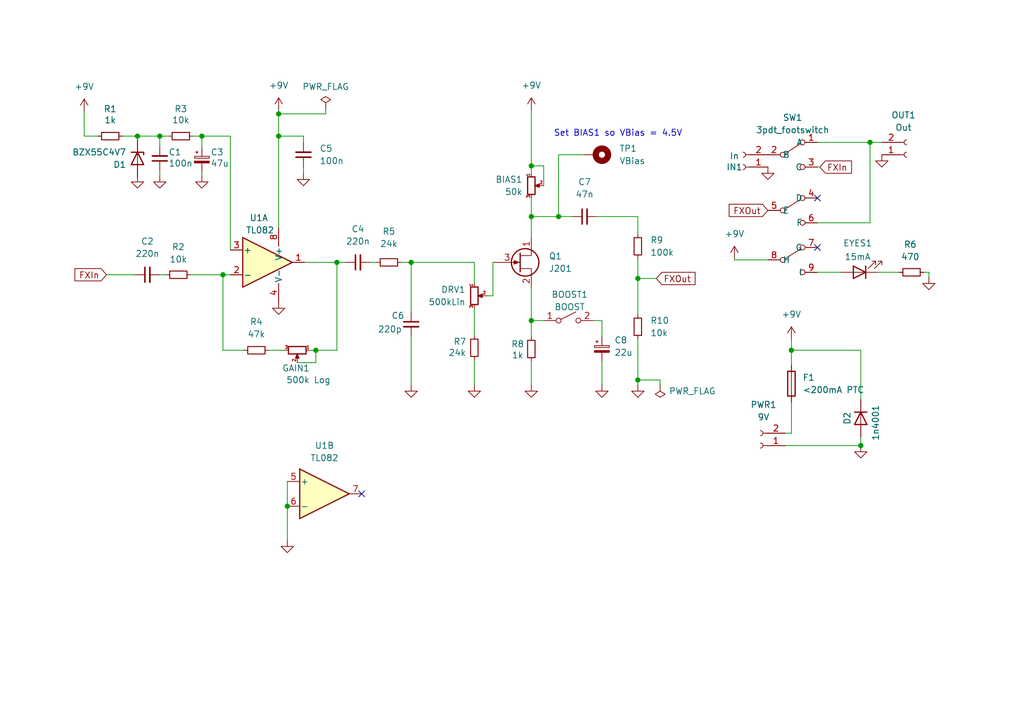
<source format=kicad_sch>
(kicad_sch (version 20211123) (generator eeschema)
  (paper "A5")
  (title_block (title "Ray guitar pedal") (rev "1.0") (company "Dohle"))
  (lib_symbols
    (symbol "Amplifier_Operational:TL082" (pin_names (offset 0.127))
      (property "Reference" "U" (at 0 5.08 0))
      (property "Value" "TL082" (at 0 -5.08 0))
      (symbol "TL082_1_1"
        (polyline (pts (xy -5.08 5.08) (xy 5.08 0) (xy -5.08 -5.08) (xy -5.08 5.08)) (stroke (width 0.254)) (fill (type background)))
        (pin output line (at 7.62 0 180) (length 2.54) (name "~") (number "1"))
        (pin input line (at -7.62 -2.54 0) (length 2.54) (name "-") (number "2"))
        (pin input line (at -7.62 2.54 0) (length 2.54) (name "+") (number "3"))
      )
      (symbol "TL082_2_1"
        (polyline (pts (xy -5.08 5.08) (xy 5.08 0) (xy -5.08 -5.08) (xy -5.08 5.08)) (stroke (width 0.254)) (fill (type background)))
        (pin input line (at -7.62 2.54 0) (length 2.54) (name "+") (number "5"))
        (pin input line (at -7.62 -2.54 0) (length 2.54) (name "-") (number "6"))
        (pin output line (at 7.62 0 180) (length 2.54) (name "~") (number "7"))
      )
      (symbol "TL082_3_1"
        (pin power_in line (at -2.54 -7.62 90) (length 3.81) (name "V-") (number "4"))
        (pin power_in line (at -2.54 7.62 270) (length 3.81) (name "V+") (number "8"))
      )
    )
    (symbol "Connector:Conn_01x02_Female" (pin_names (offset 1.016) hide)
      (property "Reference" "J" (at 0 2.54 0))
      (property "Value" "Conn_01x02_Female" (at 0 -5.08 0))
      (symbol "Conn_01x02_Female_1_1"
        (arc (start 0 -2.032) (mid -0.508 -2.54) (end 0 -3.048) (stroke (width 0.1524)))
        (polyline (pts (xy -1.27 -2.54) (xy -0.508 -2.54)) (stroke (width 0.1524)))
        (polyline (pts (xy -1.27 0) (xy -0.508 0)) (stroke (width 0.1524)))
        (arc (start 0 0.508) (mid -0.508 0) (end 0 -0.508) (stroke (width 0.1524)))
        (pin passive line (at -5.08 0 0) (length 3.81) (name "Pin_1") (number "1"))
        (pin passive line (at -5.08 -2.54 0) (length 3.81) (name "Pin_2") (number "2"))
      )
    )
    (symbol "Device:C_Polarized_Small" (pin_numbers hide) (pin_names (offset 0.254) hide)
      (property "Reference" "C" (at 0.254 1.778 0))
      (property "Value" "C_Polarized_Small" (at 0.254 -2.032 0))
      (symbol "C_Polarized_Small_0_1"
        (rectangle (start -1.524 -0.3048) (end 1.524 -0.6858) (fill (type outline)))
        (rectangle (start -1.524 0.6858) (end 1.524 0.3048))
        (polyline (pts (xy -1.27 1.524) (xy -0.762 1.524)))
        (polyline (pts (xy -1.016 1.27) (xy -1.016 1.778)))
      )
      (symbol "C_Polarized_Small_1_1"
        (pin passive line (at 0 2.54 270) (length 1.8542) (name "~") (number "1"))
        (pin passive line (at 0 -2.54 90) (length 1.8542) (name "~") (number "2"))
      )
    )
    (symbol "Device:C_Small" (pin_numbers hide) (pin_names (offset 0.254) hide)
      (property "Reference" "C" (at 0.254 1.778 0))
      (property "Value" "C_Small" (at 0.254 -2.032 0))
      (symbol "C_Small_0_1"
        (polyline (pts (xy -1.524 -0.508) (xy 1.524 -0.508)) (stroke (width 0.3302)))
        (polyline (pts (xy -1.524 0.508) (xy 1.524 0.508)) (stroke (width 0.3048)))
      )
      (symbol "C_Small_1_1"
        (pin passive line (at 0 2.54 270) (length 2.032) (name "~") (number "1"))
        (pin passive line (at 0 -2.54 90) (length 2.032) (name "~") (number "2"))
      )
    )
    (symbol "Device:D_Zener" (pin_numbers hide) (pin_names (offset 1.016) hide)
      (property "Reference" "D" (at 0 2.54 0))
      (property "Value" "D_Zener" (at 0 -2.54 0))
      (symbol "D_Zener_0_1"
        (polyline (pts (xy 1.27 0) (xy -1.27 0)))
        (polyline (pts (xy -1.27 -1.27) (xy -1.27 1.27) (xy -0.762 1.27)) (stroke (width 0.254)))
        (polyline (pts (xy 1.27 -1.27) (xy 1.27 1.27) (xy -1.27 0) (xy 1.27 -1.27)) (stroke (width 0.254)))
      )
      (symbol "D_Zener_1_1"
        (pin passive line (at -3.81 0 0) (length 2.54) (name "K") (number "1"))
        (pin passive line (at 3.81 0 180) (length 2.54) (name "A") (number "2"))
      )
    )
    (symbol "Device:Fuse" (pin_numbers hide) (pin_names (offset 0))
      (property "Reference" "F" (at 2.032 0 90))
      (property "Value" "Fuse" (at -1.905 0 90))
      (symbol "Fuse_0_1"
        (rectangle (start -0.762 -2.54) (end 0.762 2.54) (stroke (width 0.254)))
        (polyline (pts (xy 0 2.54) (xy 0 -2.54)))
      )
      (symbol "Fuse_1_1"
        (pin passive line (at 0 3.81 270) (length 1.27) (name "~") (number "1"))
        (pin passive line (at 0 -3.81 90) (length 1.27) (name "~") (number "2"))
      )
    )
    (symbol "Device:LED" (pin_numbers hide) (pin_names (offset 1.016) hide)
      (property "Reference" "D" (at 0 2.54 0))
      (property "Value" "LED" (at 0 -2.54 0))
      (symbol "LED_0_1"
        (polyline (pts (xy -1.27 -1.27) (xy -1.27 1.27)) (stroke (width 0.254)))
        (polyline (pts (xy -1.27 0) (xy 1.27 0)))
        (polyline (pts (xy 1.27 -1.27) (xy 1.27 1.27) (xy -1.27 0) (xy 1.27 -1.27)) (stroke (width 0.254)))
        (polyline (pts (xy -3.048 -0.762) (xy -4.572 -2.286) (xy -3.81 -2.286) (xy -4.572 -2.286) (xy -4.572 -1.524)))
        (polyline (pts (xy -1.778 -0.762) (xy -3.302 -2.286) (xy -2.54 -2.286) (xy -3.302 -2.286) (xy -3.302 -1.524)))
      )
      (symbol "LED_1_1"
        (pin passive line (at -3.81 0 0) (length 2.54) (name "K") (number "1"))
        (pin passive line (at 3.81 0 180) (length 2.54) (name "A") (number "2"))
      )
    )
    (symbol "Device:Q_NJFET_DSG" (pin_names (offset 0) hide)
      (property "Reference" "Q" (at 5.08 1.27 0))
      (property "Value" "Q_NJFET_DSG" (at 5.08 -1.27 0))
      (symbol "Q_NJFET_DSG_0_1"
        (polyline (pts (xy 0.254 1.905) (xy 0.254 -1.905) (xy 0.254 -1.905)) (stroke (width 0.254)))
        (polyline (pts (xy 2.54 -2.54) (xy 2.54 -1.27) (xy 0.254 -1.27)))
        (polyline (pts (xy 2.54 2.54) (xy 2.54 1.397) (xy 0.254 1.397)))
        (polyline (pts (xy 0 0) (xy -1.016 0.381) (xy -1.016 -0.381) (xy 0 0)) (fill (type outline)))
        (circle (center 1.27 0) (radius 2.8194) (stroke (width 0.254)))
      )
      (symbol "Q_NJFET_DSG_1_1"
        (pin passive line (at 2.54 5.08 270) (length 2.54) (name "D") (number "1"))
        (pin passive line (at 2.54 -5.08 90) (length 2.54) (name "S") (number "2"))
        (pin input line (at -5.08 0 0) (length 5.334) (name "G") (number "3"))
      )
    )
    (symbol "Device:R_Potentiometer_Small" (pin_names (offset 1.016) hide)
      (property "Reference" "RV" (at -4.445 0 90))
      (property "Value" "R_Potentiometer_Small" (at -2.54 0 90))
      (symbol "R_Potentiometer_Small_0_1"
        (polyline (pts (xy 0.889 0) (xy 0.635 0) (xy 1.651 0.381) (xy 1.651 -0.381) (xy 0.635 0) (xy 0.889 0)) (fill (type outline)))
        (rectangle (start 0.762 1.8034) (end -0.762 -1.8034) (stroke (width 0.254)))
      )
      (symbol "R_Potentiometer_Small_1_1"
        (pin passive line (at 0 2.54 270) (length 0.635) (name "1") (number "1"))
        (pin passive line (at 2.54 0 180) (length 0.9906) (name "2") (number "2"))
        (pin passive line (at 0 -2.54 90) (length 0.635) (name "3") (number "3"))
      )
    )
    (symbol "Device:R_Small" (pin_numbers hide) (pin_names (offset 0.254) hide)
      (property "Reference" "R" (at 0.762 0.508 0))
      (property "Value" "R_Small" (at 0.762 -1.016 0))
      (symbol "R_Small_0_1"
        (rectangle (start -0.762 1.778) (end 0.762 -1.778) (stroke (width 0.2032)))
      )
      (symbol "R_Small_1_1"
        (pin passive line (at 0 2.54 270) (length 0.762) (name "~") (number "1"))
        (pin passive line (at 0 -2.54 90) (length 0.762) (name "~") (number "2"))
      )
    )
    (symbol "Diode:1N4148" (pin_numbers hide) (pin_names (offset 1.016) hide)
      (property "Reference" "D" (at 0 2.54 0))
      (property "Value" "1N4148" (at 0 -2.54 0))
      (symbol "1N4148_0_1"
        (polyline (pts (xy -1.27 1.27) (xy -1.27 -1.27)) (stroke (width 0.254)))
        (polyline (pts (xy 1.27 0) (xy -1.27 0)))
        (polyline (pts (xy 1.27 1.27) (xy 1.27 -1.27) (xy -1.27 0) (xy 1.27 1.27)) (stroke (width 0.254)))
      )
      (symbol "1N4148_1_1"
        (pin passive line (at -3.81 0 0) (length 2.54) (name "K") (number "1"))
        (pin passive line (at 3.81 0 180) (length 2.54) (name "A") (number "2"))
      )
    )
    (symbol "Mechanical:MountingHole_Pad" (pin_numbers hide) (pin_names (offset 1.016) hide)
      (property "Reference" "H" (at 0 6.35 0))
      (property "Value" "MountingHole_Pad" (at 0 4.445 0))
      (symbol "MountingHole_Pad_0_1"
        (circle (center 0 1.27) (radius 1.27) (stroke (width 1.27)))
      )
      (symbol "MountingHole_Pad_1_1"
        (pin input line (at 0 -2.54 90) (length 2.54) (name "1") (number "1"))
      )
    )
    (symbol "Switch:SW_SPST" (pin_names (offset 0) hide)
      (property "Reference" "SW" (at 0 3.175 0))
      (property "Value" "SW_SPST" (at 0 -2.54 0))
      (symbol "SW_SPST_0_0"
        (circle (center -2.032 0) (radius 0.508))
        (polyline (pts (xy -1.524 0.254) (xy 1.524 1.778)))
        (circle (center 2.032 0) (radius 0.508))
      )
      (symbol "SW_SPST_1_1"
        (pin passive line (at -5.08 0 0) (length 2.54) (name "A") (number "1"))
        (pin passive line (at 5.08 0 180) (length 2.54) (name "B") (number "2"))
      )
    )
    (symbol "power:+9V" (power) (pin_names (offset 0))
      (property "Value" "+9V" (at 0 3.556 0))
      (symbol "+9V_0_1"
        (polyline (pts (xy -0.762 1.27) (xy 0 2.54)))
        (polyline (pts (xy 0 0) (xy 0 2.54)))
        (polyline (pts (xy 0 2.54) (xy 0.762 1.27)))
      )
      (symbol "+9V_1_1"
        (pin power_in line (at 0 0 90) (length 0) hide (name "+9V") (number "1"))
      )
    )
    (symbol "power:GND" (power) (pin_names (offset 0))
      (property "Value" "GND" (at 0 -3.81 0))
      (symbol "GND_0_1"
        (polyline (pts (xy 0 0) (xy 0 -1.27) (xy 1.27 -1.27) (xy 0 -2.54) (xy -1.27 -1.27) (xy 0 -1.27)))
      )
      (symbol "GND_1_1"
        (pin power_in line (at 0 0 270) (length 0) hide (name "GND") (number "1"))
      )
    )
    (symbol "power:PWR_FLAG" (power) (pin_numbers hide) (pin_names (offset 0) hide)
      (property "Value" "PWR_FLAG" (at 0 3.81 0))
      (symbol "PWR_FLAG_0_0"
        (pin power_out line (at 0 0 90) (length 0) (name "pwr") (number "1"))
      )
      (symbol "PWR_FLAG_0_1"
        (polyline (pts (xy 0 0) (xy 0 1.27) (xy -1.016 1.905) (xy 0 2.54) (xy 1.016 1.905) (xy 0 1.27)))
      )
    )
    (symbol "symbols:3pdt_footswitch"
      (property "Reference" "SW" (at 0 21.59 0))
      (property "Value" "3pdt_footswitch" (at 1.27 -15.875 0))
      (symbol "3pdt_footswitch_0_0"
        (circle (center -0.127 -8.89) (radius 0.508))
        (circle (center -0.127 1.27) (radius 0.508))
        (circle (center -0.127 12.7) (radius 0.508))
        (circle (center 3.937 -11.43) (radius 0.508))
        (circle (center 3.937 -1.27) (radius 0.508))
        (circle (center 3.937 10.16) (radius 0.508))
      )
      (symbol "3pdt_footswitch_0_1"
        (polyline (pts (xy 0.381 -8.636) (xy 3.556 -6.604)))
        (polyline (pts (xy 0.381 1.524) (xy 3.556 3.556)))
        (polyline (pts (xy 0.381 12.954) (xy 3.556 14.986)))
        (circle (center 3.937 -6.35) (radius 0.508))
        (circle (center 3.937 3.81) (radius 0.508))
        (circle (center 3.937 15.24) (radius 0.508))
      )
      (symbol "3pdt_footswitch_1_1"
        (pin passive line (at 6.985 15.24 180) (length 2.54) (name "A") (number "1"))
        (pin passive line (at -3.175 12.7 0) (length 2.54) (name "B") (number "2"))
        (pin passive line (at 6.985 10.16 180) (length 2.54) (name "C") (number "3"))
        (pin passive line (at 6.985 3.81 180) (length 2.54) (name "D") (number "4"))
        (pin passive line (at -3.175 1.27 0) (length 2.54) (name "E") (number "5"))
        (pin passive line (at 6.985 -1.27 180) (length 2.54) (name "F") (number "6"))
        (pin passive line (at 6.985 -6.35 180) (length 2.54) (name "G") (number "7"))
        (pin passive line (at -3.175 -8.89 0) (length 2.54) (name "H") (number "8"))
        (pin passive line (at 6.985 -11.43 180) (length 2.54) (name "I") (number "9"))
      )
    )
  )
  (junction (at 69.088 53.848))
  (junction (at 114.554 44.45))
  (junction (at 41.402 27.94))
  (junction (at 108.966 34.036))
  (junction (at 178.435 29.21))
  (junction (at 28.194 27.94))
  (junction (at 130.81 77.978))
  (junction (at 57.15 27.94))
  (junction (at 130.81 57.15))
  (junction (at 162.306 71.882))
  (junction (at 57.15 23.368))
  (junction (at 64.77 71.882))
  (junction (at 84.328 53.848))
  (junction (at 108.966 65.786))
  (junction (at 176.53 91.44))
  (junction (at 32.766 27.94))
  (junction (at 45.72 56.388))
  (junction (at 58.928 103.886))
  (junction (at 108.966 44.45))
  (no_connect (at 167.64 50.8))
  (no_connect (at 167.64 40.64))
  (no_connect (at 74.168 101.346))
  (wire (pts (xy 58.928 103.886) (xy 58.928 110.871)))
  (wire (pts (xy 167.64 45.72) (xy 178.435 45.72)))
  (wire (pts (xy 123.444 65.786) (xy 123.444 69.088)))
  (wire (pts (xy 97.282 73.914) (xy 97.282 78.994)))
  (wire (pts (xy 108.966 44.45) (xy 108.966 48.768)))
  (wire (pts (xy 114.554 44.45) (xy 117.348 44.45)))
  (wire (pts (xy 32.766 56.388) (xy 34.036 56.388)))
  (wire (pts (xy 108.966 74.168) (xy 108.966 78.994)))
  (wire (pts (xy 57.15 27.94) (xy 62.23 27.94)))
  (wire (pts (xy 108.966 44.45) (xy 114.554 44.45)))
  (wire (pts (xy 99.822 60.706) (xy 101.092 60.706)))
  (wire (pts (xy 55.118 71.882) (xy 58.42 71.882)))
  (wire (pts (xy 176.53 71.882) (xy 162.306 71.882)))
  (wire (pts (xy 111.506 38.1) (xy 111.506 34.036)))
  (wire (pts (xy 189.484 55.88) (xy 190.5 55.88)))
  (wire (pts (xy 108.966 40.64) (xy 108.966 44.45)))
  (wire (pts (xy 64.77 71.882) (xy 69.088 71.882)))
  (wire (pts (xy 111.506 34.036) (xy 108.966 34.036)))
  (wire (pts (xy 130.81 64.516) (xy 130.81 57.15)))
  (wire (pts (xy 45.72 56.388) (xy 47.244 56.388)))
  (wire (pts (xy 178.435 29.21) (xy 180.848 29.21)))
  (wire (pts (xy 45.72 56.388) (xy 45.72 71.882)))
  (wire (pts (xy 62.484 53.848) (xy 69.088 53.848)))
  (wire (pts (xy 57.15 23.368) (xy 57.15 27.94)))
  (wire (pts (xy 123.444 74.168) (xy 123.444 78.994)))
  (wire (pts (xy 130.81 69.596) (xy 130.81 77.978)))
  (wire (pts (xy 45.72 71.882) (xy 50.038 71.882)))
  (wire (pts (xy 17.272 27.94) (xy 20.066 27.94)))
  (wire (pts (xy 108.966 22.606) (xy 108.966 34.036)))
  (wire (pts (xy 66.802 22.352) (xy 66.802 23.368)))
  (wire (pts (xy 17.272 22.86) (xy 17.272 27.94)))
  (wire (pts (xy 150.622 53.086) (xy 150.622 53.34)))
  (wire (pts (xy 161.036 88.9) (xy 162.306 88.9)))
  (wire (pts (xy 162.306 82.55) (xy 162.306 88.9)))
  (wire (pts (xy 28.194 36.068) (xy 28.194 36.322)))
  (wire (pts (xy 167.64 34.29) (xy 168.148 34.29)))
  (wire (pts (xy 28.194 28.702) (xy 28.194 27.94)))
  (wire (pts (xy 122.428 44.45) (xy 130.81 44.45)))
  (wire (pts (xy 41.402 27.94) (xy 47.244 27.94)))
  (wire (pts (xy 130.81 77.978) (xy 130.81 78.994)))
  (wire (pts (xy 25.146 27.94) (xy 28.194 27.94)))
  (wire (pts (xy 101.092 60.706) (xy 101.092 53.848)))
  (wire (pts (xy 172.466 55.88) (xy 167.64 55.88)))
  (wire (pts (xy 62.23 27.94) (xy 62.23 29.21)))
  (wire (pts (xy 66.802 23.368) (xy 57.15 23.368)))
  (wire (pts (xy 108.966 65.786) (xy 108.966 69.088)))
  (wire (pts (xy 111.506 65.786) (xy 108.966 65.786)))
  (wire (pts (xy 161.036 91.44) (xy 176.53 91.44)))
  (wire (pts (xy 32.766 29.972) (xy 32.766 27.94)))
  (wire (pts (xy 108.966 34.036) (xy 108.966 35.56)))
  (wire (pts (xy 130.81 57.15) (xy 134.62 57.15)))
  (wire (pts (xy 167.64 29.21) (xy 178.435 29.21)))
  (wire (pts (xy 60.96 74.422) (xy 64.77 74.422)))
  (wire (pts (xy 97.282 53.848) (xy 97.282 58.166)))
  (wire (pts (xy 69.088 71.882) (xy 69.088 53.848)))
  (wire (pts (xy 32.766 35.052) (xy 32.766 36.068)))
  (wire (pts (xy 84.328 53.848) (xy 84.328 64.008)))
  (wire (pts (xy 150.622 53.34) (xy 157.48 53.34)))
  (wire (pts (xy 82.296 53.848) (xy 84.328 53.848)))
  (wire (pts (xy 62.23 34.29) (xy 62.23 35.56)))
  (wire (pts (xy 28.194 27.94) (xy 32.766 27.94)))
  (wire (pts (xy 176.53 89.662) (xy 176.53 91.44)))
  (wire (pts (xy 84.328 69.088) (xy 84.328 78.994)))
  (wire (pts (xy 130.81 44.45) (xy 130.81 48.006)))
  (wire (pts (xy 75.946 53.848) (xy 77.216 53.848)))
  (wire (pts (xy 130.81 57.15) (xy 130.81 53.086)))
  (wire (pts (xy 39.116 56.388) (xy 45.72 56.388)))
  (wire (pts (xy 32.766 27.94) (xy 34.544 27.94)))
  (wire (pts (xy 69.088 53.848) (xy 70.866 53.848)))
  (wire (pts (xy 64.77 74.422) (xy 64.77 71.882)))
  (wire (pts (xy 47.244 51.308) (xy 47.244 27.94)))
  (wire (pts (xy 176.53 82.042) (xy 176.53 71.882)))
  (wire (pts (xy 41.402 35.306) (xy 41.402 36.068)))
  (wire (pts (xy 119.634 31.75) (xy 114.554 31.75)))
  (wire (pts (xy 58.928 98.806) (xy 58.928 103.886)))
  (wire (pts (xy 41.402 27.94) (xy 41.402 30.226)))
  (wire (pts (xy 108.966 58.928) (xy 108.966 65.786)))
  (wire (pts (xy 135.382 78.994) (xy 135.382 77.978)))
  (wire (pts (xy 84.328 53.848) (xy 97.282 53.848)))
  (wire (pts (xy 63.5 71.882) (xy 64.77 71.882)))
  (wire (pts (xy 57.15 22.606) (xy 57.15 23.368)))
  (wire (pts (xy 39.624 27.94) (xy 41.402 27.94)))
  (wire (pts (xy 190.5 55.88) (xy 190.5 56.896)))
  (wire (pts (xy 180.086 55.88) (xy 184.404 55.88)))
  (wire (pts (xy 162.306 71.882) (xy 162.306 74.93)))
  (wire (pts (xy 114.554 31.75) (xy 114.554 44.45)))
  (wire (pts (xy 101.092 53.848) (xy 101.346 53.848)))
  (wire (pts (xy 97.282 63.246) (xy 97.282 68.834)))
  (wire (pts (xy 130.81 77.978) (xy 135.382 77.978)))
  (wire (pts (xy 21.844 56.388) (xy 27.686 56.388)))
  (wire (pts (xy 57.15 27.94) (xy 57.15 46.736)))
  (wire (pts (xy 162.306 69.596) (xy 162.306 71.882)))
  (wire (pts (xy 178.435 29.21) (xy 178.435 45.72)))
  (wire (pts (xy 121.666 65.786) (xy 123.444 65.786)))
  (text "Set BIAS1 so VBias = 4.5V" (at 113.538 28.194 0) (effects (font (size 1.27 1.27)) (justify left bottom)))
  (global_label "FXOut" (shape input) (at 134.62 57.15 0) (property "Intersheet References" "${INTERSHEET_REFS}" (effects hide)))
  (global_label "FXIn" (shape input) (at 168.148 34.29 0) (property "Intersheet References" "${INTERSHEET_REFS}" (effects hide)))
  (global_label "FXOut" (shape input) (at 157.48 43.18 180) (property "Intersheet References" "${INTERSHEET_REFS}" (effects hide)))
  (global_label "FXIn" (shape input) (at 21.844 56.388 180) (property "Intersheet References" "${INTERSHEET_REFS}" (effects hide)))
  (symbol (lib_id "Device:R_Small") (at 22.606 27.94 270) (unit 1)
    (property "Reference" "R1" (at 22.606 22.352 90))
    (property "Value" "1k" (at 22.606 24.638 90))
    (property "Footprint" "Resistor_THT:R_Axial_DIN0207_L6.3mm_D2.5mm_P10.16mm_Horizontal" (effects hide))
  )
  (symbol (lib_id "Device:R_Small") (at 130.81 67.056 180) (unit 1)
    (property "Reference" "R10" (at 133.35 65.7859 0) (effects (justify right)))
    (property "Value" "10k" (at 133.35 68.3259 0) (effects (justify right)))
    (property "Footprint" "Resistor_THT:R_Axial_DIN0207_L6.3mm_D2.5mm_P10.16mm_Horizontal" (effects hide))
  )
  (symbol (lib_id "Device:C_Small") (at 30.226 56.388 90) (unit 1)
    (property "Reference" "C2" (at 30.2323 49.53 90))
    (property "Value" "220n" (at 30.2323 52.07 90))
    (property "Footprint" "Capacitor_THT:C_Rect_L7.0mm_W4.5mm_P5.00mm" (effects hide))
  )
  (symbol (lib_id "power:+9V") (at 17.272 22.86 0) (unit 1)
    (property "Reference" "#PWR02" (effects hide))
    (property "Value" "+9V" (at 17.272 17.78 0))
  )
  (symbol (lib_id "power:GND") (at 180.848 31.75 0) (unit 1)
    (property "Reference" "#PWR020" (effects hide))
    (property "Value" "GND" (effects hide))
  )
  (symbol (lib_id "Device:R_Small") (at 186.944 55.88 90) (unit 1)
    (property "Reference" "R6" (at 186.69 50.165 90))
    (property "Value" "470" (at 186.69 52.705 90))
    (property "Footprint" "Resistor_THT:R_Axial_DIN0207_L6.3mm_D2.5mm_P10.16mm_Horizontal" (effects hide))
  )
  (symbol (lib_id "Mechanical:MountingHole_Pad") (at 122.174 31.75 270) (unit 1)
    (property "Reference" "TP1" (at 127 30.4799 90) (effects (justify left)))
    (property "Value" "VBias" (at 127 33.0199 90) (effects (justify left)))
    (property "Footprint" "TestPoint:TestPoint_THTPad_1.5x1.5mm_Drill0.7mm" (effects hide))
  )
  (symbol (lib_id "symbols:3pdt_footswitch") (at 160.655 44.45 0) (unit 1)
    (property "Reference" "SW1" (at 162.56 24.13 0))
    (property "Value" "3pdt_footswitch" (at 162.56 26.67 0))
    (property "Footprint" "footprints:3pdt_footswitch" (effects hide))
  )
  (symbol (lib_id "power:GND") (at 32.766 36.068 0) (unit 1)
    (property "Reference" "#PWR04" (effects hide))
    (property "Value" "GND" (effects hide))
  )
  (symbol (lib_id "Device:R_Small") (at 37.084 27.94 90) (unit 1)
    (property "Reference" "R3" (at 37.084 22.352 90))
    (property "Value" "10k" (at 37.084 24.638 90))
    (property "Footprint" "Resistor_THT:R_Axial_DIN0207_L6.3mm_D2.5mm_P10.16mm_Horizontal" (effects hide))
  )
  (symbol (lib_id "Device:R_Small") (at 97.282 71.374 180) (unit 1)
    (property "Reference" "R7" (at 92.964 70.104 0) (effects (justify right)))
    (property "Value" "24k" (at 91.948 72.39 0) (effects (justify right)))
    (property "Footprint" "Resistor_THT:R_Axial_DIN0207_L6.3mm_D2.5mm_P10.16mm_Horizontal" (effects hide))
  )
  (symbol (lib_id "Device:R_Potentiometer_Small") (at 97.282 60.706 0) (unit 1)
    (property "Reference" "DRV1" (at 95.504 59.4359 0) (effects (justify right)))
    (property "Value" "500kLin" (at 95.504 61.9759 0) (effects (justify right)))
    (property "Footprint" "Connector_JST:JST_PH_B3B-PH-K_1x03_P2.00mm_Vertical" (effects hide))
  )
  (symbol (lib_id "Device:R_Potentiometer_Small") (at 60.96 71.882 270) (unit 1)
    (property "Reference" "GAIN1" (at 60.706 75.565 90))
    (property "Value" "500k Log" (at 58.674 77.978 90) (effects (justify left)))
    (property "Footprint" "Connector_JST:JST_PH_B3B-PH-K_1x03_P2.00mm_Vertical" (effects hide))
  )
  (symbol (lib_id "Amplifier_Operational:TL082") (at 59.69 54.356 0) (unit 3)
    (property "Reference" "U1" (effects hide))
    (property "Value" "TL082" (effects hide))
    (property "Footprint" "Package_DIP:DIP-8_W7.62mm_Socket_LongPads" (effects hide))
    (property "Datasheet" "http://www.ti.com/lit/ds/symlink/tl081.pdf" (effects hide))
  )
  (symbol (lib_id "Switch:SW_SPST") (at 116.586 65.786 0) (unit 1)
    (property "Reference" "BOOST1" (at 116.84 60.452 0))
    (property "Value" "BOOST" (at 116.84 62.992 0))
    (property "Footprint" "Connector_JST:JST_PH_B2B-PH-K_1x02_P2.00mm_Vertical" (effects hide))
  )
  (symbol (lib_id "Device:C_Small") (at 32.766 32.512 180) (unit 1)
    (property "Reference" "C1" (at 34.544 31.242 0) (effects (justify right)))
    (property "Value" "100n" (at 34.544 33.528 0) (effects (justify right)))
    (property "Footprint" "Capacitor_THT:C_Rect_L7.0mm_W4.5mm_P5.00mm" (effects hide))
  )
  (symbol (lib_id "power:GND") (at 57.15 61.976 0) (unit 1)
    (property "Reference" "#PWR07" (effects hide))
    (property "Value" "GND" (effects hide))
  )
  (symbol (lib_id "power:GND") (at 108.966 78.994 0) (unit 1)
    (property "Reference" "#PWR014" (effects hide))
    (property "Value" "GND" (effects hide))
  )
  (symbol (lib_id "power:GND") (at 28.194 36.068 0) (unit 1)
    (property "Reference" "#PWR03" (effects hide))
    (property "Value" "GND" (effects hide))
  )
  (symbol (lib_id "Device:Q_NJFET_DSG") (at 106.426 53.848 0) (unit 1)
    (property "Reference" "Q1" (at 112.522 52.5779 0) (effects (justify left)))
    (property "Value" "J201" (at 112.522 55.1179 0) (effects (justify left)))
    (property "Footprint" "Package_TO_SOT_SMD:SOT-23_Handsoldering" (effects hide))
  )
  (symbol (lib_id "power:GND") (at 84.328 78.994 0) (unit 1)
    (property "Reference" "#PWR011" (effects hide))
    (property "Value" "GND" (effects hide))
  )
  (symbol (lib_id "power:+9V") (at 150.622 53.086 0) (unit 1)
    (property "Reference" "#PWR021" (effects hide))
    (property "Value" "+9V" (at 148.59 48.006 0) (effects (justify left)))
  )
  (symbol (lib_id "power:GND") (at 62.23 35.56 0) (unit 1)
    (property "Reference" "#PWR010" (effects hide))
    (property "Value" "GND" (effects hide))
  )
  (symbol (lib_id "power:+9V") (at 57.15 22.606 0) (unit 1)
    (property "Reference" "#PWR06" (effects hide))
    (property "Value" "+9V" (at 57.15 17.526 0))
  )
  (symbol (lib_id "Device:R_Potentiometer_Small") (at 108.966 38.1 0) (unit 1)
    (property "Reference" "BIAS1" (at 107.188 36.8299 0) (effects (justify right)))
    (property "Value" "50k" (at 107.188 39.3699 0) (effects (justify right)))
    (property "Footprint" "Potentiometer_THT:Potentiometer_Bourns_3299W_Vertical" (effects hide))
  )
  (symbol (lib_id "Amplifier_Operational:TL082") (at 66.548 101.346 0) (unit 2)
    (property "Reference" "U1" (at 66.548 91.44 0))
    (property "Value" "TL082" (at 66.548 93.98 0))
    (property "Footprint" "Package_DIP:DIP-8_W7.62mm_Socket_LongPads" (effects hide))
    (property "Datasheet" "http://www.ti.com/lit/ds/symlink/tl081.pdf" (effects hide))
  )
  (symbol (lib_id "Connector:Conn_01x02_Female") (at 152.4 34.29 180) (unit 1)
    (property "Reference" "IN1" (at 150.622 34.29 0))
    (property "Value" "In" (at 150.622 32.004 0))
    (property "Footprint" "Connector_JST:JST_PH_B2B-PH-K_1x02_P2.00mm_Vertical" (effects hide))
  )
  (symbol (lib_id "Connector:Conn_01x02_Female") (at 155.956 91.44 180) (unit 1)
    (property "Reference" "PWR1" (at 156.591 83.058 0))
    (property "Value" "9V" (at 156.591 85.598 0))
    (property "Footprint" "Connector_JST:JST_PH_B2B-PH-K_1x02_P2.00mm_Vertical" (effects hide))
  )
  (symbol (lib_id "power:GND") (at 97.282 78.994 0) (unit 1)
    (property "Reference" "#PWR012" (effects hide))
    (property "Value" "GND" (effects hide))
  )
  (symbol (lib_id "Device:Fuse") (at 162.306 78.74 180) (unit 1)
    (property "Reference" "F1" (at 164.592 77.4699 0) (effects (justify right)))
    (property "Value" "<200mA PTC" (at 164.592 80.0099 0) (effects (justify right)))
    (property "Footprint" "Capacitor_THT:C_Rect_L7.0mm_W4.5mm_P5.00mm" (effects hide))
  )
  (symbol (lib_id "Device:R_Small") (at 130.81 50.546 180) (unit 1)
    (property "Reference" "R9" (at 133.35 49.2759 0) (effects (justify right)))
    (property "Value" "100k" (at 133.35 51.8159 0) (effects (justify right)))
    (property "Footprint" "Resistor_THT:R_Axial_DIN0207_L6.3mm_D2.5mm_P10.16mm_Horizontal" (effects hide))
  )
  (symbol (lib_id "power:GND") (at 176.53 91.44 0) (unit 1)
    (property "Reference" "#PWR019" (effects hide))
    (property "Value" "GND" (effects hide))
  )
  (symbol (lib_id "power:+9V") (at 108.966 22.606 0) (unit 1)
    (property "Reference" "#PWR013" (effects hide))
    (property "Value" "+9V" (at 108.966 17.526 0))
  )
  (symbol (lib_id "Connector:Conn_01x02_Female") (at 185.928 31.75 0) (mirror x) (unit 1)
    (property "Reference" "OUT1" (at 185.293 23.622 0))
    (property "Value" "Out" (at 185.293 26.162 0))
    (property "Footprint" "Connector_JST:JST_PH_B2B-PH-K_1x02_P2.00mm_Vertical" (effects hide))
  )
  (symbol (lib_id "Device:D_Zener") (at 28.194 32.512 270) (unit 1)
    (property "Reference" "D1" (at 25.908 33.7821 90) (effects (justify right)))
    (property "Value" "BZX55C4V7" (at 25.908 31.2421 90) (effects (justify right)))
    (property "Footprint" "Diode_THT:D_DO-35_SOD27_P7.62mm_Horizontal" (effects hide))
  )
  (symbol (lib_id "Device:C_Small") (at 73.406 53.848 90) (unit 1)
    (property "Reference" "C4" (at 73.4123 46.99 90))
    (property "Value" "220n" (at 73.4123 49.53 90))
    (property "Footprint" "Capacitor_THT:C_Rect_L7.0mm_W4.5mm_P5.00mm" (effects hide))
  )
  (symbol (lib_id "Device:R_Small") (at 36.576 56.388 90) (unit 1)
    (property "Reference" "R2" (at 36.576 50.673 90))
    (property "Value" "10k" (at 36.576 53.213 90))
    (property "Footprint" "Resistor_THT:R_Axial_DIN0207_L6.3mm_D2.5mm_P10.16mm_Horizontal" (effects hide))
  )
  (symbol (lib_id "Device:C_Small") (at 84.328 66.548 0) (unit 1)
    (property "Reference" "C6" (at 80.264 64.77 0) (effects (justify left)))
    (property "Value" "220p" (at 77.47 67.564 0) (effects (justify left)))
    (property "Footprint" "Capacitor_THT:C_Rect_L7.0mm_W2.0mm_P5.00mm" (effects hide))
  )
  (symbol (lib_id "Device:C_Polarized_Small") (at 123.444 71.628 0) (unit 1)
    (property "Reference" "C8" (at 125.984 69.8118 0) (effects (justify left)))
    (property "Value" "22u" (at 125.984 72.3518 0) (effects (justify left)))
    (property "Footprint" "Capacitor_THT:CP_Radial_D5.0mm_P2.50mm" (effects hide))
  )
  (symbol (lib_id "Amplifier_Operational:TL082") (at 54.864 53.848 0) (unit 1)
    (property "Reference" "U1" (at 53.086 44.704 0))
    (property "Value" "TL082" (at 53.34 47.244 0))
    (property "Footprint" "Package_DIP:DIP-8_W7.62mm_Socket_LongPads" (effects hide))
    (property "Datasheet" "http://www.ti.com/lit/ds/symlink/tl081.pdf" (effects hide))
  )
  (symbol (lib_id "Diode:1N4148") (at 176.53 85.852 270) (unit 1)
    (property "Reference" "D2" (at 173.736 85.852 0))
    (property "Value" "1n4001" (at 179.578 83.058 0) (effects (justify left)))
    (property "Footprint" "Diode_THT:D_DO-15_P12.70mm_Horizontal" (effects hide))
    (property "Datasheet" "https://assets.nexperia.com/documents/data-sheet/1N4148_1N4448.pdf" (effects hide))
  )
  (symbol (lib_id "power:GND") (at 190.5 56.896 0) (unit 1)
    (property "Reference" "#PWR022" (effects hide))
    (property "Value" "GND" (effects hide))
  )
  (symbol (lib_id "power:GND") (at 41.402 36.068 0) (unit 1)
    (property "Reference" "#PWR05" (effects hide))
    (property "Value" "GND" (effects hide))
  )
  (symbol (lib_id "power:GND") (at 58.928 110.871 0) (unit 1)
    (property "Reference" "#PWR08" (effects hide))
    (property "Value" "GND" (effects hide))
  )
  (symbol (lib_id "Device:C_Small") (at 62.23 31.75 180) (unit 1)
    (property "Reference" "C5" (at 65.532 30.4735 0) (effects (justify right)))
    (property "Value" "100n" (at 65.532 33.0135 0) (effects (justify right)))
    (property "Footprint" "Capacitor_THT:C_Rect_L7.0mm_W4.5mm_P5.00mm" (effects hide))
  )
  (symbol (lib_id "power:GND") (at 157.48 34.29 0) (unit 1)
    (property "Reference" "#PWR017" (effects hide))
    (property "Value" "GND" (effects hide))
  )
  (symbol (lib_id "power:PWR_FLAG") (at 66.802 22.352 0) (unit 1)
    (property "Reference" "#FLG0102" (effects hide))
    (property "Value" "PWR_FLAG" (at 66.802 17.78 0))
  )
  (symbol (lib_id "power:+9V") (at 162.306 69.596 0) (unit 1)
    (property "Reference" "#PWR018" (effects hide))
    (property "Value" "+9V" (at 162.306 64.516 0))
  )
  (symbol (lib_id "Device:LED") (at 176.276 55.88 180) (unit 1)
    (property "Reference" "EYES1" (at 175.895 49.911 0))
    (property "Value" "15mA" (at 175.895 52.705 0))
    (property "Footprint" "Connector_JST:JST_PH_B2B-PH-K_1x02_P2.00mm_Vertical" (effects hide))
  )
  (symbol (lib_id "Device:R_Small") (at 108.966 71.628 0) (unit 1)
    (property "Reference" "R8" (at 106.172 70.612 0))
    (property "Value" "1k" (at 106.172 72.898 0))
    (property "Footprint" "Resistor_THT:R_Axial_DIN0207_L6.3mm_D2.5mm_P10.16mm_Horizontal" (effects hide))
  )
  (symbol (lib_id "Device:R_Small") (at 52.578 71.882 90) (unit 1)
    (property "Reference" "R4" (at 52.578 66.04 90))
    (property "Value" "47k" (at 52.578 68.58 90))
    (property "Footprint" "Resistor_THT:R_Axial_DIN0207_L6.3mm_D2.5mm_P10.16mm_Horizontal" (effects hide))
  )
  (symbol (lib_id "power:GND") (at 130.81 78.994 0) (unit 1)
    (property "Reference" "#PWR016" (effects hide))
    (property "Value" "GND" (effects hide))
  )
  (symbol (lib_id "Device:C_Small") (at 119.888 44.45 90) (unit 1)
    (property "Reference" "C7" (at 119.8943 37.338 90))
    (property "Value" "47n" (at 119.8943 39.878 90))
    (property "Footprint" "Capacitor_THT:C_Disc_D5.0mm_W2.5mm_P5.00mm" (effects hide))
  )
  (symbol (lib_id "Device:C_Polarized_Small") (at 41.402 32.766 0) (unit 1)
    (property "Reference" "C3" (at 43.18 31.242 0) (effects (justify left)))
    (property "Value" "47u" (at 43.18 33.528 0) (effects (justify left)))
    (property "Footprint" "Capacitor_THT:CP_Radial_D5.0mm_P2.00mm" (effects hide))
  )
  (symbol (lib_id "power:PWR_FLAG") (at 135.382 78.994 180) (unit 1)
    (property "Reference" "#FLG0101" (effects hide))
    (property "Value" "PWR_FLAG" (at 137.16 80.2639 0) (effects (justify right)))
  )
  (symbol (lib_id "Device:R_Small") (at 79.756 53.848 90) (unit 1)
    (property "Reference" "R5" (at 79.756 47.498 90))
    (property "Value" "24k" (at 79.756 50.038 90))
    (property "Footprint" "Resistor_THT:R_Axial_DIN0207_L6.3mm_D2.5mm_P10.16mm_Horizontal" (effects hide))
  )
  (symbol (lib_id "power:GND") (at 123.444 78.994 0) (unit 1)
    (property "Reference" "#PWR015" (effects hide))
    (property "Value" "GND" (effects hide))
  )
)
</source>
